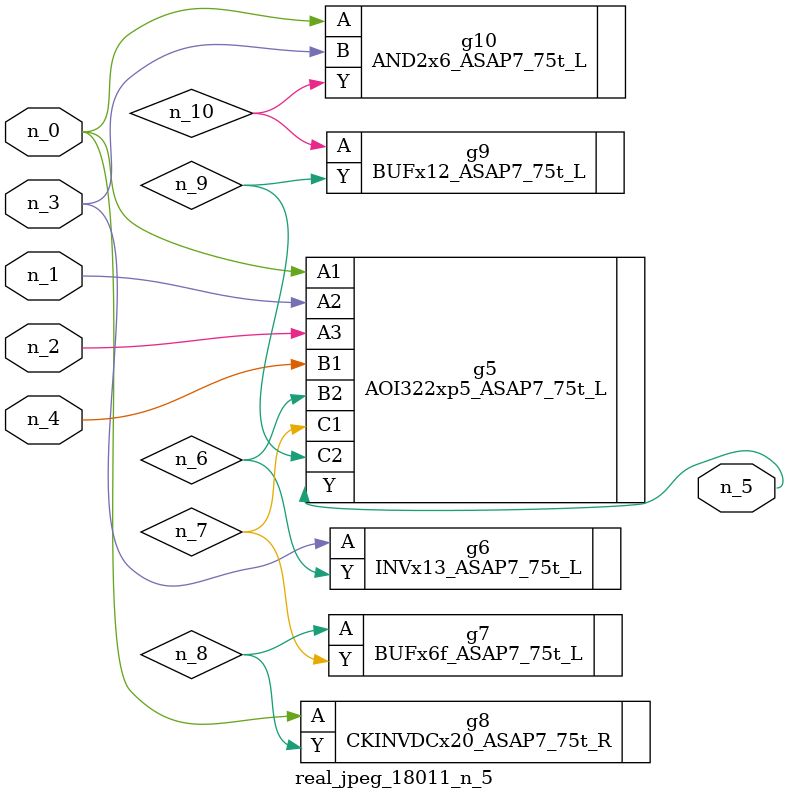
<source format=v>
module real_jpeg_18011_n_5 (n_4, n_0, n_1, n_2, n_3, n_5);

input n_4;
input n_0;
input n_1;
input n_2;
input n_3;

output n_5;

wire n_8;
wire n_6;
wire n_7;
wire n_10;
wire n_9;

AOI322xp5_ASAP7_75t_L g5 ( 
.A1(n_0),
.A2(n_1),
.A3(n_2),
.B1(n_4),
.B2(n_6),
.C1(n_7),
.C2(n_9),
.Y(n_5)
);

CKINVDCx20_ASAP7_75t_R g8 ( 
.A(n_0),
.Y(n_8)
);

AND2x6_ASAP7_75t_L g10 ( 
.A(n_0),
.B(n_3),
.Y(n_10)
);

INVx13_ASAP7_75t_L g6 ( 
.A(n_3),
.Y(n_6)
);

BUFx6f_ASAP7_75t_L g7 ( 
.A(n_8),
.Y(n_7)
);

BUFx12_ASAP7_75t_L g9 ( 
.A(n_10),
.Y(n_9)
);


endmodule
</source>
